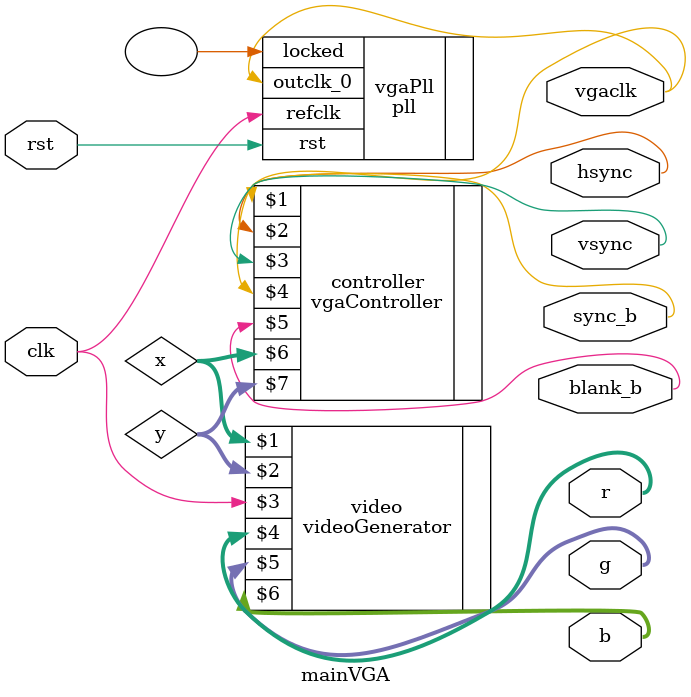
<source format=sv>
module mainVGA(
    input logic clk,
    input logic rst,
    output logic vgaclk, // Clk que necesita la VGA de 25MHz
    output logic hsync, vsync,
    output logic sync_b, blank_b, // Para el monitor & DAC
    output logic [7:0] r, g, b // Para el video DAC
);
    logic [9:0] x, y;

    // Usar un PLL para crear el 25.175 MHz VGA pixel clock
    pll vgaPll(.refclk(clk), .rst(rst), .outclk_0(vgaclk), .locked());

    // Generar las señales de timing del monitor
    vgaController controller(vgaclk, hsync, vsync, sync_b, blank_b, x, y);

    // Modulo para determinar qué letra se dibuja
    videoGenerator video(x, y, clk, r, g, b);
endmodule


</source>
